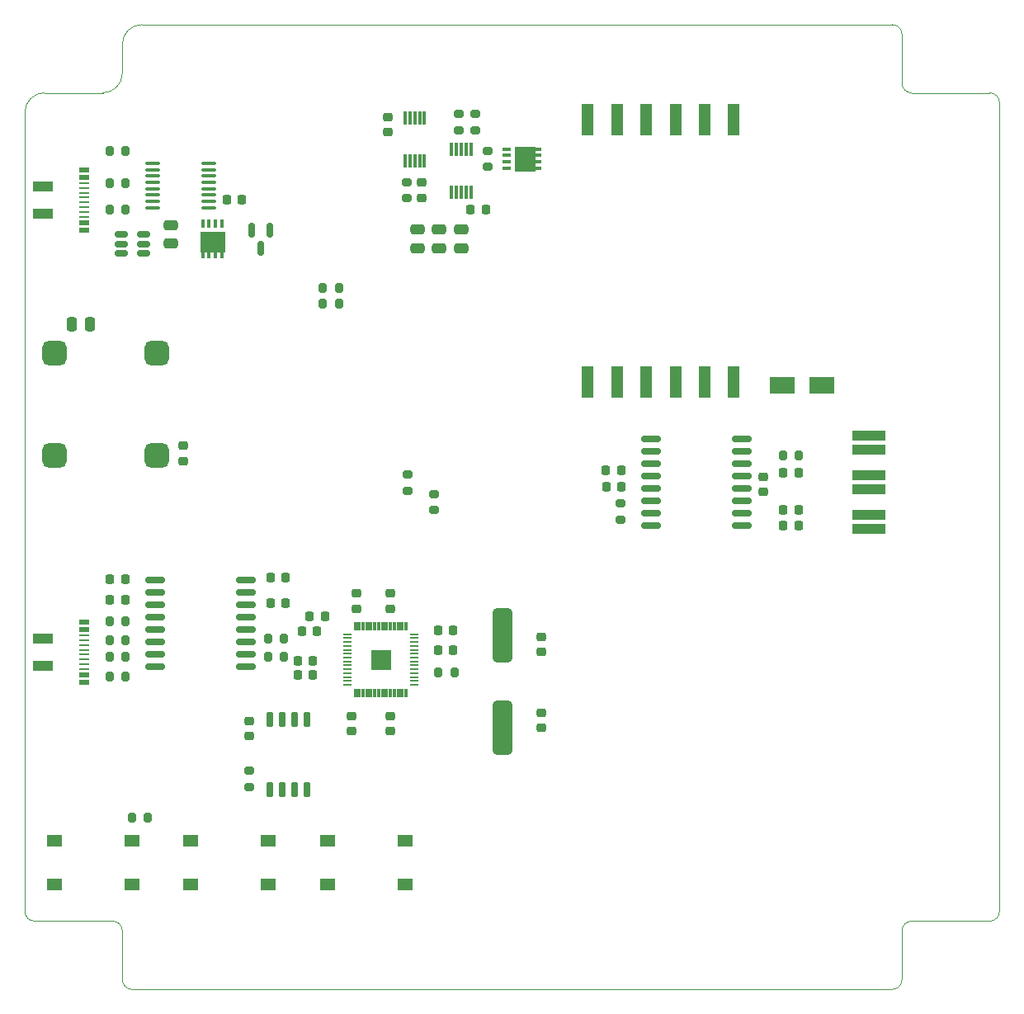
<source format=gbr>
%TF.GenerationSoftware,KiCad,Pcbnew,(6.0.4)*%
%TF.CreationDate,2023-03-28T21:24:44-04:00*%
%TF.ProjectId,PD_HV,50445f48-562e-46b6-9963-61645f706362,rev?*%
%TF.SameCoordinates,Original*%
%TF.FileFunction,Paste,Top*%
%TF.FilePolarity,Positive*%
%FSLAX46Y46*%
G04 Gerber Fmt 4.6, Leading zero omitted, Abs format (unit mm)*
G04 Created by KiCad (PCBNEW (6.0.4)) date 2023-03-28 21:24:44*
%MOMM*%
%LPD*%
G01*
G04 APERTURE LIST*
G04 Aperture macros list*
%AMRoundRect*
0 Rectangle with rounded corners*
0 $1 Rounding radius*
0 $2 $3 $4 $5 $6 $7 $8 $9 X,Y pos of 4 corners*
0 Add a 4 corners polygon primitive as box body*
4,1,4,$2,$3,$4,$5,$6,$7,$8,$9,$2,$3,0*
0 Add four circle primitives for the rounded corners*
1,1,$1+$1,$2,$3*
1,1,$1+$1,$4,$5*
1,1,$1+$1,$6,$7*
1,1,$1+$1,$8,$9*
0 Add four rect primitives between the rounded corners*
20,1,$1+$1,$2,$3,$4,$5,0*
20,1,$1+$1,$4,$5,$6,$7,0*
20,1,$1+$1,$6,$7,$8,$9,0*
20,1,$1+$1,$8,$9,$2,$3,0*%
G04 Aperture macros list end*
%TA.AperFunction,Profile*%
%ADD10C,0.100000*%
%TD*%
%ADD11C,0.100000*%
%ADD12C,0.010000*%
%ADD13RoundRect,0.200000X0.275000X-0.200000X0.275000X0.200000X-0.275000X0.200000X-0.275000X-0.200000X0*%
%ADD14RoundRect,0.200000X-0.275000X0.200000X-0.275000X-0.200000X0.275000X-0.200000X0.275000X0.200000X0*%
%ADD15RoundRect,0.225000X0.225000X0.250000X-0.225000X0.250000X-0.225000X-0.250000X0.225000X-0.250000X0*%
%ADD16R,3.420000X1.060000*%
%ADD17RoundRect,0.225000X-0.250000X0.225000X-0.250000X-0.225000X0.250000X-0.225000X0.250000X0.225000X0*%
%ADD18RoundRect,0.200000X-0.200000X-0.275000X0.200000X-0.275000X0.200000X0.275000X-0.200000X0.275000X0*%
%ADD19RoundRect,0.150000X-0.150000X0.587500X-0.150000X-0.587500X0.150000X-0.587500X0.150000X0.587500X0*%
%ADD20RoundRect,0.150000X0.150000X-0.650000X0.150000X0.650000X-0.150000X0.650000X-0.150000X-0.650000X0*%
%ADD21RoundRect,0.200000X0.200000X0.275000X-0.200000X0.275000X-0.200000X-0.275000X0.200000X-0.275000X0*%
%ADD22RoundRect,0.225000X0.250000X-0.225000X0.250000X0.225000X-0.250000X0.225000X-0.250000X-0.225000X0*%
%ADD23R,0.812800X0.304800*%
%ADD24RoundRect,0.150000X-0.875000X-0.150000X0.875000X-0.150000X0.875000X0.150000X-0.875000X0.150000X0*%
%ADD25R,1.550000X1.300000*%
%ADD26RoundRect,0.225000X-0.225000X-0.250000X0.225000X-0.250000X0.225000X0.250000X-0.225000X0.250000X0*%
%ADD27RoundRect,0.250000X-0.475000X0.250000X-0.475000X-0.250000X0.475000X-0.250000X0.475000X0.250000X0*%
%ADD28RoundRect,0.006000X0.094000X-0.414000X0.094000X0.414000X-0.094000X0.414000X-0.094000X-0.414000X0*%
%ADD29RoundRect,0.020000X0.400000X-0.080000X0.400000X0.080000X-0.400000X0.080000X-0.400000X-0.080000X0*%
%ADD30RoundRect,0.150000X-0.512500X-0.150000X0.512500X-0.150000X0.512500X0.150000X-0.512500X0.150000X0*%
%ADD31R,0.300000X1.400000*%
%ADD32RoundRect,0.150000X0.875000X0.150000X-0.875000X0.150000X-0.875000X-0.150000X0.875000X-0.150000X0*%
%ADD33RoundRect,0.250000X-0.250000X-0.475000X0.250000X-0.475000X0.250000X0.475000X-0.250000X0.475000X0*%
%ADD34R,0.304800X0.812800*%
%ADD35R,1.270000X3.300000*%
%ADD36R,2.000000X1.000000*%
%ADD37R,1.000000X0.520000*%
%ADD38R,1.000000X0.270000*%
%ADD39R,2.500000X1.800000*%
%ADD40RoundRect,0.625000X-0.625000X-0.625000X0.625000X-0.625000X0.625000X0.625000X-0.625000X0.625000X0*%
%ADD41RoundRect,0.100000X0.637500X0.100000X-0.637500X0.100000X-0.637500X-0.100000X0.637500X-0.100000X0*%
%ADD42RoundRect,0.525000X0.525000X-2.275000X0.525000X2.275000X-0.525000X2.275000X-0.525000X-2.275000X0*%
G04 APERTURE END LIST*
D10*
X75000000Y-129000000D02*
X83000000Y-129000000D01*
X84000000Y-135000000D02*
G75*
G03*
X85000000Y-136000000I1000000J0D01*
G01*
X165000000Y-129000000D02*
G75*
G03*
X164000000Y-130000000I0J-1000000D01*
G01*
X164000000Y-43000000D02*
X164000000Y-38000000D01*
X76000000Y-44000000D02*
G75*
G03*
X74000000Y-46000000I0J-2000000D01*
G01*
X164000000Y-135000000D02*
X164000000Y-130000000D01*
X82000000Y-44000000D02*
G75*
G03*
X84000000Y-42000000I0J2000000D01*
G01*
X84000000Y-130000000D02*
G75*
G03*
X83000000Y-129000000I-1000000J0D01*
G01*
X164000000Y-43000000D02*
G75*
G03*
X165000000Y-44000000I1000000J0D01*
G01*
X163000000Y-37000000D02*
X86000000Y-37000000D01*
X84000000Y-130000000D02*
X84000000Y-135000000D01*
X173000000Y-44000000D02*
X165000000Y-44000000D01*
X86000000Y-37000000D02*
G75*
G03*
X84000000Y-39000000I0J-2000000D01*
G01*
X163000000Y-136000000D02*
G75*
G03*
X164000000Y-135000000I0J1000000D01*
G01*
X173000000Y-129000000D02*
G75*
G03*
X174000000Y-128000000I0J1000000D01*
G01*
X174000000Y-128000000D02*
X174000000Y-45000000D01*
X84000000Y-39000000D02*
X84000000Y-42000000D01*
X85000000Y-136000000D02*
X163000000Y-136000000D01*
X82000000Y-44000000D02*
X76000000Y-44000000D01*
X74000000Y-128000000D02*
G75*
G03*
X75000000Y-129000000I1000000J0D01*
G01*
X174000000Y-45000000D02*
G75*
G03*
X173000000Y-44000000I-1000000J0D01*
G01*
X74000000Y-46000000D02*
X74000000Y-128000000D01*
X165000000Y-129000000D02*
X173000000Y-129000000D01*
X164000000Y-38000000D02*
G75*
G03*
X163000000Y-37000000I-1000000J0D01*
G01*
%TO.C,Q1*%
G36*
X126320800Y-51969200D02*
G01*
X124263400Y-51969200D01*
X124263400Y-49530800D01*
X126320800Y-49530800D01*
X126320800Y-51969200D01*
G37*
D11*
X126320800Y-51969200D02*
X124263400Y-51969200D01*
X124263400Y-49530800D01*
X126320800Y-49530800D01*
X126320800Y-51969200D01*
%TO.C,U5*%
G36*
X111480000Y-103130000D02*
G01*
X109520000Y-103130000D01*
X109520000Y-101170000D01*
X111480000Y-101170000D01*
X111480000Y-103130000D01*
G37*
D12*
X111480000Y-103130000D02*
X109520000Y-103130000D01*
X109520000Y-101170000D01*
X111480000Y-101170000D01*
X111480000Y-103130000D01*
%TO.C,Q2*%
G36*
X94444200Y-60320800D02*
G01*
X92005800Y-60320800D01*
X92005800Y-58263400D01*
X94444200Y-58263400D01*
X94444200Y-60320800D01*
G37*
D11*
X94444200Y-60320800D02*
X92005800Y-60320800D01*
X92005800Y-58263400D01*
X94444200Y-58263400D01*
X94444200Y-60320800D01*
%TD*%
D13*
%TO.C,R25*%
X113250000Y-84825000D03*
X113250000Y-83175000D03*
%TD*%
%TO.C,R24*%
X116000000Y-86825000D03*
X116000000Y-85175000D03*
%TD*%
D14*
%TO.C,R12*%
X113150000Y-53175000D03*
X113150000Y-54825000D03*
%TD*%
D15*
%TO.C,C30*%
X84275000Y-93900000D03*
X82725000Y-93900000D03*
%TD*%
D16*
%TO.C,R22*%
X160600000Y-84668000D03*
X160600000Y-83212000D03*
%TD*%
D15*
%TO.C,C22*%
X103525000Y-103750000D03*
X101975000Y-103750000D03*
%TD*%
D17*
%TO.C,C12*%
X107500000Y-107975000D03*
X107500000Y-109525000D03*
%TD*%
D18*
%TO.C,R20*%
X151775000Y-81200000D03*
X153425000Y-81200000D03*
%TD*%
D19*
%TO.C,Q3*%
X99175000Y-58062500D03*
X97275000Y-58062500D03*
X98225000Y-59937500D03*
%TD*%
D15*
%TO.C,C18*%
X104775000Y-97750000D03*
X103225000Y-97750000D03*
%TD*%
D18*
%TO.C,R17*%
X84975000Y-118400000D03*
X86625000Y-118400000D03*
%TD*%
%TO.C,R4*%
X82675000Y-100215000D03*
X84325000Y-100215000D03*
%TD*%
D20*
%TO.C,U6*%
X99095000Y-115500000D03*
X100365000Y-115500000D03*
X101635000Y-115500000D03*
X102905000Y-115500000D03*
X102905000Y-108300000D03*
X101635000Y-108300000D03*
X100365000Y-108300000D03*
X99095000Y-108300000D03*
%TD*%
D21*
%TO.C,R16*%
X118075000Y-103500000D03*
X116425000Y-103500000D03*
%TD*%
D22*
%TO.C,C15*%
X108000000Y-96925000D03*
X108000000Y-95375000D03*
%TD*%
D23*
%TO.C,Q1*%
X123450600Y-49775001D03*
X123450600Y-50424999D03*
X123450600Y-51075001D03*
X123450600Y-51724999D03*
X126549400Y-51724999D03*
X126549400Y-51075001D03*
X126549400Y-50424999D03*
X126549400Y-49775001D03*
%TD*%
D15*
%TO.C,C23*%
X103975000Y-99250000D03*
X102425000Y-99250000D03*
%TD*%
D24*
%TO.C,U1*%
X87350000Y-93955000D03*
X87350000Y-95225000D03*
X87350000Y-96495000D03*
X87350000Y-97765000D03*
X87350000Y-99035000D03*
X87350000Y-100305000D03*
X87350000Y-101575000D03*
X87350000Y-102845000D03*
X96650000Y-102845000D03*
X96650000Y-101575000D03*
X96650000Y-100305000D03*
X96650000Y-99035000D03*
X96650000Y-97765000D03*
X96650000Y-96495000D03*
X96650000Y-95225000D03*
X96650000Y-93955000D03*
%TD*%
D25*
%TO.C,SW2*%
X84980000Y-120750000D03*
X77020000Y-120750000D03*
X77020000Y-125250000D03*
X84980000Y-125250000D03*
%TD*%
D26*
%TO.C,C16*%
X99225000Y-93750000D03*
X100775000Y-93750000D03*
%TD*%
D17*
%TO.C,C19*%
X111500000Y-107975000D03*
X111500000Y-109525000D03*
%TD*%
D27*
%TO.C,C3*%
X116500000Y-58050000D03*
X116500000Y-59950000D03*
%TD*%
D26*
%TO.C,C1*%
X119725000Y-56000000D03*
X121275000Y-56000000D03*
%TD*%
D17*
%TO.C,C34*%
X111250000Y-46475000D03*
X111250000Y-48025000D03*
%TD*%
D13*
%TO.C,R14*%
X120250000Y-47825000D03*
X120250000Y-46175000D03*
%TD*%
D28*
%TO.C,U5*%
X107900000Y-105585000D03*
X108300000Y-105585000D03*
X108700000Y-105585000D03*
X109100000Y-105585000D03*
X109500000Y-105585000D03*
X109900000Y-105585000D03*
X110300000Y-105585000D03*
X110700000Y-105585000D03*
X111100000Y-105585000D03*
X111500000Y-105585000D03*
X111900000Y-105585000D03*
X112300000Y-105585000D03*
X112700000Y-105585000D03*
X113100000Y-105585000D03*
D29*
X113935000Y-104750000D03*
X113935000Y-104350000D03*
X113935000Y-103950000D03*
X113935000Y-103550000D03*
X113935000Y-103150000D03*
X113935000Y-102750000D03*
X113935000Y-102350000D03*
X113935000Y-101950000D03*
X113935000Y-101550000D03*
X113935000Y-101150000D03*
X113935000Y-100750000D03*
X113935000Y-100350000D03*
X113935000Y-99950000D03*
X113935000Y-99550000D03*
D28*
X113100000Y-98715000D03*
X112700000Y-98715000D03*
X112300000Y-98715000D03*
X111900000Y-98715000D03*
X111500000Y-98715000D03*
X111100000Y-98715000D03*
X110700000Y-98715000D03*
X110300000Y-98715000D03*
X109900000Y-98715000D03*
X109500000Y-98715000D03*
X109100000Y-98715000D03*
X108700000Y-98715000D03*
X108300000Y-98715000D03*
X107900000Y-98715000D03*
D29*
X107065000Y-99550000D03*
X107065000Y-99950000D03*
X107065000Y-100350000D03*
X107065000Y-100750000D03*
X107065000Y-101150000D03*
X107065000Y-101550000D03*
X107065000Y-101950000D03*
X107065000Y-102350000D03*
X107065000Y-102750000D03*
X107065000Y-103150000D03*
X107065000Y-103550000D03*
X107065000Y-103950000D03*
X107065000Y-104350000D03*
X107065000Y-104750000D03*
%TD*%
D18*
%TO.C,R8*%
X82675000Y-53262500D03*
X84325000Y-53262500D03*
%TD*%
D30*
%TO.C,D1*%
X83862500Y-58550000D03*
X83862500Y-59500000D03*
X83862500Y-60450000D03*
X86137500Y-60450000D03*
X86137500Y-59500000D03*
X86137500Y-58550000D03*
%TD*%
D15*
%TO.C,C20*%
X103525000Y-102250000D03*
X101975000Y-102250000D03*
%TD*%
D18*
%TO.C,R2*%
X82675000Y-98250000D03*
X84325000Y-98250000D03*
%TD*%
D31*
%TO.C,U2*%
X117775000Y-54200000D03*
X118275000Y-54200000D03*
X118775000Y-54200000D03*
X119275000Y-54200000D03*
X119775000Y-54200000D03*
X119775000Y-49800000D03*
X119275000Y-49800000D03*
X118775000Y-49800000D03*
X118275000Y-49800000D03*
X117775000Y-49800000D03*
%TD*%
D22*
%TO.C,C27*%
X149800000Y-84975000D03*
X149800000Y-83425000D03*
%TD*%
D32*
%TO.C,U7*%
X147550000Y-88395000D03*
X147550000Y-87125000D03*
X147550000Y-85855000D03*
X147550000Y-84585000D03*
X147550000Y-83315000D03*
X147550000Y-82045000D03*
X147550000Y-80775000D03*
X147550000Y-79505000D03*
X138250000Y-79505000D03*
X138250000Y-80775000D03*
X138250000Y-82045000D03*
X138250000Y-83315000D03*
X138250000Y-84585000D03*
X138250000Y-85855000D03*
X138250000Y-87125000D03*
X138250000Y-88395000D03*
%TD*%
D18*
%TO.C,R1*%
X82675000Y-103900000D03*
X84325000Y-103900000D03*
%TD*%
D26*
%TO.C,C21*%
X116365000Y-99150000D03*
X117915000Y-99150000D03*
%TD*%
%TO.C,C32*%
X151825000Y-86800000D03*
X153375000Y-86800000D03*
%TD*%
D18*
%TO.C,R9*%
X82675000Y-56000000D03*
X84325000Y-56000000D03*
%TD*%
%TO.C,R5*%
X98925000Y-101900000D03*
X100575000Y-101900000D03*
%TD*%
D26*
%TO.C,C31*%
X99225000Y-96400000D03*
X100775000Y-96400000D03*
%TD*%
D33*
%TO.C,C9*%
X78800000Y-67750000D03*
X80700000Y-67750000D03*
%TD*%
D22*
%TO.C,C11*%
X127000000Y-109175000D03*
X127000000Y-107625000D03*
%TD*%
D18*
%TO.C,R6*%
X98925000Y-100000000D03*
X100575000Y-100000000D03*
%TD*%
D25*
%TO.C,SW3*%
X91020000Y-120750000D03*
X98980000Y-120750000D03*
X91020000Y-125250000D03*
X98980000Y-125250000D03*
%TD*%
D34*
%TO.C,Q2*%
X94199999Y-57450600D03*
X93550001Y-57450600D03*
X92899999Y-57450600D03*
X92250001Y-57450600D03*
X92250001Y-60549400D03*
X92899999Y-60549400D03*
X93550001Y-60549400D03*
X94199999Y-60549400D03*
%TD*%
D35*
%TO.C,L1*%
X146750000Y-46790000D03*
X143750000Y-46790000D03*
X140750000Y-46790000D03*
X137750000Y-46790000D03*
X134750000Y-46790000D03*
X131750000Y-46790000D03*
X131750000Y-73710000D03*
X134750000Y-73710000D03*
X137750000Y-73710000D03*
X140750000Y-73710000D03*
X143750000Y-73710000D03*
X146750000Y-73710000D03*
%TD*%
D17*
%TO.C,C2*%
X114750000Y-53225000D03*
X114750000Y-54775000D03*
%TD*%
D14*
%TO.C,R15*%
X121500000Y-49925000D03*
X121500000Y-51575000D03*
%TD*%
D36*
%TO.C,J1*%
X75850000Y-53600000D03*
X75850000Y-56400000D03*
D37*
X80050000Y-51900000D03*
X80050000Y-52650000D03*
D38*
X80050000Y-53250000D03*
X80050000Y-54750000D03*
X80050000Y-55750000D03*
X80050000Y-56750000D03*
D37*
X80050000Y-57350000D03*
X80050000Y-58100000D03*
X80050000Y-58100000D03*
X80050000Y-57350000D03*
D38*
X80050000Y-56250000D03*
X80050000Y-55250000D03*
X80050000Y-54250000D03*
X80050000Y-53750000D03*
D37*
X80050000Y-52650000D03*
X80050000Y-51900000D03*
%TD*%
D21*
%TO.C,R11*%
X106225000Y-65600000D03*
X104575000Y-65600000D03*
%TD*%
D26*
%TO.C,C29*%
X133650000Y-84450000D03*
X135200000Y-84450000D03*
%TD*%
D18*
%TO.C,R3*%
X82675000Y-101900000D03*
X84325000Y-101900000D03*
%TD*%
D25*
%TO.C,SW1*%
X112980000Y-120750000D03*
X105020000Y-120750000D03*
X105020000Y-125250000D03*
X112980000Y-125250000D03*
%TD*%
D15*
%TO.C,C33*%
X84275000Y-96000000D03*
X82725000Y-96000000D03*
%TD*%
D17*
%TO.C,C24*%
X97000000Y-108475000D03*
X97000000Y-110025000D03*
%TD*%
D39*
%TO.C,D2*%
X155750000Y-74000000D03*
X151750000Y-74000000D03*
%TD*%
D26*
%TO.C,C25*%
X151825000Y-82950000D03*
X153375000Y-82950000D03*
%TD*%
D14*
%TO.C,R18*%
X97000000Y-113575000D03*
X97000000Y-115225000D03*
%TD*%
D26*
%TO.C,C7*%
X94725000Y-55000000D03*
X96275000Y-55000000D03*
%TD*%
D16*
%TO.C,R19*%
X160600000Y-88728000D03*
X160600000Y-87272000D03*
%TD*%
D26*
%TO.C,C17*%
X116365000Y-101150000D03*
X117915000Y-101150000D03*
%TD*%
D40*
%TO.C,MOD1*%
X77000000Y-70750000D03*
X77000000Y-81250000D03*
X87500000Y-81250000D03*
X87500000Y-70750000D03*
%TD*%
D27*
%TO.C,C8*%
X89000000Y-57550000D03*
X89000000Y-59450000D03*
%TD*%
D18*
%TO.C,R7*%
X104575000Y-64000000D03*
X106225000Y-64000000D03*
%TD*%
D31*
%TO.C,U4*%
X115000000Y-46550000D03*
X114500000Y-46550000D03*
X114000000Y-46550000D03*
X113500000Y-46550000D03*
X113000000Y-46550000D03*
X113000000Y-50950000D03*
X113500000Y-50950000D03*
X114000000Y-50950000D03*
X114500000Y-50950000D03*
X115000000Y-50950000D03*
%TD*%
D13*
%TO.C,R13*%
X118500000Y-47825000D03*
X118500000Y-46175000D03*
%TD*%
D27*
%TO.C,C5*%
X118750000Y-58050000D03*
X118750000Y-59950000D03*
%TD*%
D22*
%TO.C,C10*%
X90250000Y-81775000D03*
X90250000Y-80225000D03*
%TD*%
D13*
%TO.C,R21*%
X135150000Y-87775000D03*
X135150000Y-86125000D03*
%TD*%
D17*
%TO.C,C14*%
X127000000Y-99825000D03*
X127000000Y-101375000D03*
%TD*%
D41*
%TO.C,U3*%
X92862500Y-55775000D03*
X92862500Y-55125000D03*
X92862500Y-54475000D03*
X92862500Y-53825000D03*
X92862500Y-53175000D03*
X92862500Y-52525000D03*
X92862500Y-51875000D03*
X92862500Y-51225000D03*
X87137500Y-51225000D03*
X87137500Y-51875000D03*
X87137500Y-52525000D03*
X87137500Y-53175000D03*
X87137500Y-53825000D03*
X87137500Y-54475000D03*
X87137500Y-55125000D03*
X87137500Y-55775000D03*
%TD*%
D36*
%TO.C,J2*%
X75850000Y-102800000D03*
X75850000Y-100000000D03*
D37*
X80050000Y-98300000D03*
X80050000Y-99050000D03*
D38*
X80050000Y-99650000D03*
X80050000Y-101150000D03*
X80050000Y-102150000D03*
X80050000Y-103150000D03*
D37*
X80050000Y-103750000D03*
X80050000Y-104500000D03*
X80050000Y-104500000D03*
X80050000Y-103750000D03*
D38*
X80050000Y-102650000D03*
X80050000Y-101650000D03*
X80050000Y-100650000D03*
X80050000Y-100150000D03*
D37*
X80050000Y-99050000D03*
X80050000Y-98300000D03*
%TD*%
D16*
%TO.C,R23*%
X160600000Y-80608000D03*
X160600000Y-79152000D03*
%TD*%
D42*
%TO.C,Y1*%
X123000000Y-109150000D03*
X123000000Y-99650000D03*
%TD*%
D15*
%TO.C,C26*%
X153375000Y-88400000D03*
X151825000Y-88400000D03*
%TD*%
D27*
%TO.C,C4*%
X114250000Y-58050000D03*
X114250000Y-59950000D03*
%TD*%
D26*
%TO.C,C28*%
X133625000Y-82700000D03*
X135175000Y-82700000D03*
%TD*%
D22*
%TO.C,C13*%
X111500000Y-96925000D03*
X111500000Y-95375000D03*
%TD*%
D18*
%TO.C,R10*%
X82675000Y-50000000D03*
X84325000Y-50000000D03*
%TD*%
M02*

</source>
